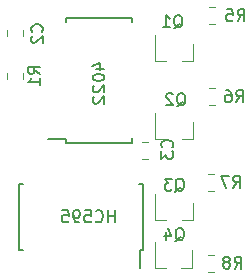
<source format=gbr>
G04 #@! TF.GenerationSoftware,KiCad,Pcbnew,5.0.2+dfsg1-1*
G04 #@! TF.CreationDate,2019-01-13T01:33:18+00:00*
G04 #@! TF.ProjectId,led_matrix_v1,6c65645f-6d61-4747-9269-785f76312e6b,rev?*
G04 #@! TF.SameCoordinates,Original*
G04 #@! TF.FileFunction,Legend,Bot*
G04 #@! TF.FilePolarity,Positive*
%FSLAX46Y46*%
G04 Gerber Fmt 4.6, Leading zero omitted, Abs format (unit mm)*
G04 Created by KiCad (PCBNEW 5.0.2+dfsg1-1) date Sun 13 Jan 2019 01:33:18 GMT*
%MOMM*%
%LPD*%
G01*
G04 APERTURE LIST*
%ADD10C,0.120000*%
%ADD11C,0.150000*%
G04 APERTURE END LIST*
D10*
G04 #@! TO.C,Q4*
X137150000Y-106662000D02*
X137150000Y-105202000D01*
X133990000Y-106662000D02*
X133990000Y-104502000D01*
X133990000Y-106662000D02*
X134920000Y-106662000D01*
X137150000Y-106662000D02*
X136220000Y-106662000D01*
D11*
G04 #@! TO.C,4022*
X126505000Y-96080000D02*
X126505000Y-95805000D01*
X132055000Y-96080000D02*
X132055000Y-95725000D01*
X132055000Y-85530000D02*
X132055000Y-85885000D01*
X126505000Y-85530000D02*
X126505000Y-85885000D01*
X126505000Y-96080000D02*
X132055000Y-96080000D01*
X126505000Y-85530000D02*
X132055000Y-85530000D01*
X126505000Y-95805000D02*
X124980000Y-95805000D01*
G04 #@! TO.C,HC595*
X132762000Y-105137000D02*
X132762000Y-106662000D01*
X122487000Y-105137000D02*
X122487000Y-99587000D01*
X133037000Y-105137000D02*
X133037000Y-99587000D01*
X122487000Y-105137000D02*
X122842000Y-105137000D01*
X122487000Y-99587000D02*
X122842000Y-99587000D01*
X133037000Y-99587000D02*
X132682000Y-99587000D01*
X133037000Y-105137000D02*
X132762000Y-105137000D01*
D10*
G04 #@! TO.C,C2*
X121464000Y-86530922D02*
X121464000Y-87048078D01*
X122884000Y-86530922D02*
X122884000Y-87048078D01*
G04 #@! TO.C,C3*
X132885922Y-96064000D02*
X133403078Y-96064000D01*
X132885922Y-97484000D02*
X133403078Y-97484000D01*
G04 #@! TO.C,Q1*
X137216000Y-89168000D02*
X137216000Y-87708000D01*
X134056000Y-89168000D02*
X134056000Y-87008000D01*
X134056000Y-89168000D02*
X134986000Y-89168000D01*
X137216000Y-89168000D02*
X136286000Y-89168000D01*
G04 #@! TO.C,Q2*
X137216000Y-95772000D02*
X136286000Y-95772000D01*
X134056000Y-95772000D02*
X134986000Y-95772000D01*
X134056000Y-95772000D02*
X134056000Y-93612000D01*
X137216000Y-95772000D02*
X137216000Y-94312000D01*
G04 #@! TO.C,Q3*
X137216000Y-102630000D02*
X136286000Y-102630000D01*
X134056000Y-102630000D02*
X134986000Y-102630000D01*
X134056000Y-102630000D02*
X134056000Y-100470000D01*
X137216000Y-102630000D02*
X137216000Y-101170000D01*
G04 #@! TO.C,R1*
X121464000Y-90682578D02*
X121464000Y-90165422D01*
X122884000Y-90682578D02*
X122884000Y-90165422D01*
G04 #@! TO.C,R5*
X138600922Y-84634000D02*
X139118078Y-84634000D01*
X138600922Y-86054000D02*
X139118078Y-86054000D01*
G04 #@! TO.C,R8*
X138503922Y-107009000D02*
X139021078Y-107009000D01*
X138503922Y-105589000D02*
X139021078Y-105589000D01*
G04 #@! TO.C,R7*
X138503922Y-100151000D02*
X139021078Y-100151000D01*
X138503922Y-98731000D02*
X139021078Y-98731000D01*
G04 #@! TO.C,R6*
X138600922Y-91492000D02*
X139118078Y-91492000D01*
X138600922Y-92912000D02*
X139118078Y-92912000D01*
G04 #@! TO.C,Q4*
D11*
X135731238Y-104433619D02*
X135826476Y-104386000D01*
X135921714Y-104290761D01*
X136064571Y-104147904D01*
X136159809Y-104100285D01*
X136255047Y-104100285D01*
X136207428Y-104338380D02*
X136302666Y-104290761D01*
X136397904Y-104195523D01*
X136445523Y-104005047D01*
X136445523Y-103671714D01*
X136397904Y-103481238D01*
X136302666Y-103386000D01*
X136207428Y-103338380D01*
X136016952Y-103338380D01*
X135921714Y-103386000D01*
X135826476Y-103481238D01*
X135778857Y-103671714D01*
X135778857Y-104005047D01*
X135826476Y-104195523D01*
X135921714Y-104290761D01*
X136016952Y-104338380D01*
X136207428Y-104338380D01*
X134921714Y-103671714D02*
X134921714Y-104338380D01*
X135159809Y-103290761D02*
X135397904Y-104005047D01*
X134778857Y-104005047D01*
G04 #@! TO.C,4022*
X129065714Y-89820904D02*
X129732380Y-89820904D01*
X128684761Y-89582809D02*
X129399047Y-89344714D01*
X129399047Y-89963761D01*
X128732380Y-90535190D02*
X128732380Y-90630428D01*
X128780000Y-90725666D01*
X128827619Y-90773285D01*
X128922857Y-90820904D01*
X129113333Y-90868523D01*
X129351428Y-90868523D01*
X129541904Y-90820904D01*
X129637142Y-90773285D01*
X129684761Y-90725666D01*
X129732380Y-90630428D01*
X129732380Y-90535190D01*
X129684761Y-90439952D01*
X129637142Y-90392333D01*
X129541904Y-90344714D01*
X129351428Y-90297095D01*
X129113333Y-90297095D01*
X128922857Y-90344714D01*
X128827619Y-90392333D01*
X128780000Y-90439952D01*
X128732380Y-90535190D01*
X128827619Y-91249476D02*
X128780000Y-91297095D01*
X128732380Y-91392333D01*
X128732380Y-91630428D01*
X128780000Y-91725666D01*
X128827619Y-91773285D01*
X128922857Y-91820904D01*
X129018095Y-91820904D01*
X129160952Y-91773285D01*
X129732380Y-91201857D01*
X129732380Y-91820904D01*
X128827619Y-92201857D02*
X128780000Y-92249476D01*
X128732380Y-92344714D01*
X128732380Y-92582809D01*
X128780000Y-92678047D01*
X128827619Y-92725666D01*
X128922857Y-92773285D01*
X129018095Y-92773285D01*
X129160952Y-92725666D01*
X129732380Y-92154238D01*
X129732380Y-92773285D01*
G04 #@! TO.C,HC595*
X130611285Y-102814380D02*
X130611285Y-101814380D01*
X130611285Y-102290571D02*
X130039857Y-102290571D01*
X130039857Y-102814380D02*
X130039857Y-101814380D01*
X128992238Y-102719142D02*
X129039857Y-102766761D01*
X129182714Y-102814380D01*
X129277952Y-102814380D01*
X129420809Y-102766761D01*
X129516047Y-102671523D01*
X129563666Y-102576285D01*
X129611285Y-102385809D01*
X129611285Y-102242952D01*
X129563666Y-102052476D01*
X129516047Y-101957238D01*
X129420809Y-101862000D01*
X129277952Y-101814380D01*
X129182714Y-101814380D01*
X129039857Y-101862000D01*
X128992238Y-101909619D01*
X128087476Y-101814380D02*
X128563666Y-101814380D01*
X128611285Y-102290571D01*
X128563666Y-102242952D01*
X128468428Y-102195333D01*
X128230333Y-102195333D01*
X128135095Y-102242952D01*
X128087476Y-102290571D01*
X128039857Y-102385809D01*
X128039857Y-102623904D01*
X128087476Y-102719142D01*
X128135095Y-102766761D01*
X128230333Y-102814380D01*
X128468428Y-102814380D01*
X128563666Y-102766761D01*
X128611285Y-102719142D01*
X127563666Y-102814380D02*
X127373190Y-102814380D01*
X127277952Y-102766761D01*
X127230333Y-102719142D01*
X127135095Y-102576285D01*
X127087476Y-102385809D01*
X127087476Y-102004857D01*
X127135095Y-101909619D01*
X127182714Y-101862000D01*
X127277952Y-101814380D01*
X127468428Y-101814380D01*
X127563666Y-101862000D01*
X127611285Y-101909619D01*
X127658904Y-102004857D01*
X127658904Y-102242952D01*
X127611285Y-102338190D01*
X127563666Y-102385809D01*
X127468428Y-102433428D01*
X127277952Y-102433428D01*
X127182714Y-102385809D01*
X127135095Y-102338190D01*
X127087476Y-102242952D01*
X126182714Y-101814380D02*
X126658904Y-101814380D01*
X126706523Y-102290571D01*
X126658904Y-102242952D01*
X126563666Y-102195333D01*
X126325571Y-102195333D01*
X126230333Y-102242952D01*
X126182714Y-102290571D01*
X126135095Y-102385809D01*
X126135095Y-102623904D01*
X126182714Y-102719142D01*
X126230333Y-102766761D01*
X126325571Y-102814380D01*
X126563666Y-102814380D01*
X126658904Y-102766761D01*
X126706523Y-102719142D01*
G04 #@! TO.C,C2*
X124436142Y-86701333D02*
X124483761Y-86653714D01*
X124531380Y-86510857D01*
X124531380Y-86415619D01*
X124483761Y-86272761D01*
X124388523Y-86177523D01*
X124293285Y-86129904D01*
X124102809Y-86082285D01*
X123959952Y-86082285D01*
X123769476Y-86129904D01*
X123674238Y-86177523D01*
X123579000Y-86272761D01*
X123531380Y-86415619D01*
X123531380Y-86510857D01*
X123579000Y-86653714D01*
X123626619Y-86701333D01*
X123626619Y-87082285D02*
X123579000Y-87129904D01*
X123531380Y-87225142D01*
X123531380Y-87463238D01*
X123579000Y-87558476D01*
X123626619Y-87606095D01*
X123721857Y-87653714D01*
X123817095Y-87653714D01*
X123959952Y-87606095D01*
X124531380Y-87034666D01*
X124531380Y-87653714D01*
G04 #@! TO.C,C3*
X135455142Y-96480333D02*
X135502761Y-96432714D01*
X135550380Y-96289857D01*
X135550380Y-96194619D01*
X135502761Y-96051761D01*
X135407523Y-95956523D01*
X135312285Y-95908904D01*
X135121809Y-95861285D01*
X134978952Y-95861285D01*
X134788476Y-95908904D01*
X134693238Y-95956523D01*
X134598000Y-96051761D01*
X134550380Y-96194619D01*
X134550380Y-96289857D01*
X134598000Y-96432714D01*
X134645619Y-96480333D01*
X134550380Y-96813666D02*
X134550380Y-97432714D01*
X134931333Y-97099380D01*
X134931333Y-97242238D01*
X134978952Y-97337476D01*
X135026571Y-97385095D01*
X135121809Y-97432714D01*
X135359904Y-97432714D01*
X135455142Y-97385095D01*
X135502761Y-97337476D01*
X135550380Y-97242238D01*
X135550380Y-96956523D01*
X135502761Y-96861285D01*
X135455142Y-96813666D01*
G04 #@! TO.C,Q1*
X135604238Y-86399619D02*
X135699476Y-86352000D01*
X135794714Y-86256761D01*
X135937571Y-86113904D01*
X136032809Y-86066285D01*
X136128047Y-86066285D01*
X136080428Y-86304380D02*
X136175666Y-86256761D01*
X136270904Y-86161523D01*
X136318523Y-85971047D01*
X136318523Y-85637714D01*
X136270904Y-85447238D01*
X136175666Y-85352000D01*
X136080428Y-85304380D01*
X135889952Y-85304380D01*
X135794714Y-85352000D01*
X135699476Y-85447238D01*
X135651857Y-85637714D01*
X135651857Y-85971047D01*
X135699476Y-86161523D01*
X135794714Y-86256761D01*
X135889952Y-86304380D01*
X136080428Y-86304380D01*
X134699476Y-86304380D02*
X135270904Y-86304380D01*
X134985190Y-86304380D02*
X134985190Y-85304380D01*
X135080428Y-85447238D01*
X135175666Y-85542476D01*
X135270904Y-85590095D01*
G04 #@! TO.C,Q2*
X135858238Y-93003619D02*
X135953476Y-92956000D01*
X136048714Y-92860761D01*
X136191571Y-92717904D01*
X136286809Y-92670285D01*
X136382047Y-92670285D01*
X136334428Y-92908380D02*
X136429666Y-92860761D01*
X136524904Y-92765523D01*
X136572523Y-92575047D01*
X136572523Y-92241714D01*
X136524904Y-92051238D01*
X136429666Y-91956000D01*
X136334428Y-91908380D01*
X136143952Y-91908380D01*
X136048714Y-91956000D01*
X135953476Y-92051238D01*
X135905857Y-92241714D01*
X135905857Y-92575047D01*
X135953476Y-92765523D01*
X136048714Y-92860761D01*
X136143952Y-92908380D01*
X136334428Y-92908380D01*
X135524904Y-92003619D02*
X135477285Y-91956000D01*
X135382047Y-91908380D01*
X135143952Y-91908380D01*
X135048714Y-91956000D01*
X135001095Y-92003619D01*
X134953476Y-92098857D01*
X134953476Y-92194095D01*
X135001095Y-92336952D01*
X135572523Y-92908380D01*
X134953476Y-92908380D01*
G04 #@! TO.C,Q3*
X135731238Y-100242619D02*
X135826476Y-100195000D01*
X135921714Y-100099761D01*
X136064571Y-99956904D01*
X136159809Y-99909285D01*
X136255047Y-99909285D01*
X136207428Y-100147380D02*
X136302666Y-100099761D01*
X136397904Y-100004523D01*
X136445523Y-99814047D01*
X136445523Y-99480714D01*
X136397904Y-99290238D01*
X136302666Y-99195000D01*
X136207428Y-99147380D01*
X136016952Y-99147380D01*
X135921714Y-99195000D01*
X135826476Y-99290238D01*
X135778857Y-99480714D01*
X135778857Y-99814047D01*
X135826476Y-100004523D01*
X135921714Y-100099761D01*
X136016952Y-100147380D01*
X136207428Y-100147380D01*
X135445523Y-99147380D02*
X134826476Y-99147380D01*
X135159809Y-99528333D01*
X135016952Y-99528333D01*
X134921714Y-99575952D01*
X134874095Y-99623571D01*
X134826476Y-99718809D01*
X134826476Y-99956904D01*
X134874095Y-100052142D01*
X134921714Y-100099761D01*
X135016952Y-100147380D01*
X135302666Y-100147380D01*
X135397904Y-100099761D01*
X135445523Y-100052142D01*
G04 #@! TO.C,R1*
X124276380Y-90257333D02*
X123800190Y-89924000D01*
X124276380Y-89685904D02*
X123276380Y-89685904D01*
X123276380Y-90066857D01*
X123324000Y-90162095D01*
X123371619Y-90209714D01*
X123466857Y-90257333D01*
X123609714Y-90257333D01*
X123704952Y-90209714D01*
X123752571Y-90162095D01*
X123800190Y-90066857D01*
X123800190Y-89685904D01*
X124276380Y-91209714D02*
X124276380Y-90638285D01*
X124276380Y-90924000D02*
X123276380Y-90924000D01*
X123419238Y-90828761D01*
X123514476Y-90733523D01*
X123562095Y-90638285D01*
G04 #@! TO.C,R5*
X141009666Y-85796380D02*
X141343000Y-85320190D01*
X141581095Y-85796380D02*
X141581095Y-84796380D01*
X141200142Y-84796380D01*
X141104904Y-84844000D01*
X141057285Y-84891619D01*
X141009666Y-84986857D01*
X141009666Y-85129714D01*
X141057285Y-85224952D01*
X141104904Y-85272571D01*
X141200142Y-85320190D01*
X141581095Y-85320190D01*
X140104904Y-84796380D02*
X140581095Y-84796380D01*
X140628714Y-85272571D01*
X140581095Y-85224952D01*
X140485857Y-85177333D01*
X140247761Y-85177333D01*
X140152523Y-85224952D01*
X140104904Y-85272571D01*
X140057285Y-85367809D01*
X140057285Y-85605904D01*
X140104904Y-85701142D01*
X140152523Y-85748761D01*
X140247761Y-85796380D01*
X140485857Y-85796380D01*
X140581095Y-85748761D01*
X140628714Y-85701142D01*
G04 #@! TO.C,R8*
X140755666Y-106751380D02*
X141089000Y-106275190D01*
X141327095Y-106751380D02*
X141327095Y-105751380D01*
X140946142Y-105751380D01*
X140850904Y-105799000D01*
X140803285Y-105846619D01*
X140755666Y-105941857D01*
X140755666Y-106084714D01*
X140803285Y-106179952D01*
X140850904Y-106227571D01*
X140946142Y-106275190D01*
X141327095Y-106275190D01*
X140184238Y-106179952D02*
X140279476Y-106132333D01*
X140327095Y-106084714D01*
X140374714Y-105989476D01*
X140374714Y-105941857D01*
X140327095Y-105846619D01*
X140279476Y-105799000D01*
X140184238Y-105751380D01*
X139993761Y-105751380D01*
X139898523Y-105799000D01*
X139850904Y-105846619D01*
X139803285Y-105941857D01*
X139803285Y-105989476D01*
X139850904Y-106084714D01*
X139898523Y-106132333D01*
X139993761Y-106179952D01*
X140184238Y-106179952D01*
X140279476Y-106227571D01*
X140327095Y-106275190D01*
X140374714Y-106370428D01*
X140374714Y-106560904D01*
X140327095Y-106656142D01*
X140279476Y-106703761D01*
X140184238Y-106751380D01*
X139993761Y-106751380D01*
X139898523Y-106703761D01*
X139850904Y-106656142D01*
X139803285Y-106560904D01*
X139803285Y-106370428D01*
X139850904Y-106275190D01*
X139898523Y-106227571D01*
X139993761Y-106179952D01*
G04 #@! TO.C,R7*
X140628666Y-99893380D02*
X140962000Y-99417190D01*
X141200095Y-99893380D02*
X141200095Y-98893380D01*
X140819142Y-98893380D01*
X140723904Y-98941000D01*
X140676285Y-98988619D01*
X140628666Y-99083857D01*
X140628666Y-99226714D01*
X140676285Y-99321952D01*
X140723904Y-99369571D01*
X140819142Y-99417190D01*
X141200095Y-99417190D01*
X140295333Y-98893380D02*
X139628666Y-98893380D01*
X140057238Y-99893380D01*
G04 #@! TO.C,R6*
X140882666Y-92654380D02*
X141216000Y-92178190D01*
X141454095Y-92654380D02*
X141454095Y-91654380D01*
X141073142Y-91654380D01*
X140977904Y-91702000D01*
X140930285Y-91749619D01*
X140882666Y-91844857D01*
X140882666Y-91987714D01*
X140930285Y-92082952D01*
X140977904Y-92130571D01*
X141073142Y-92178190D01*
X141454095Y-92178190D01*
X140025523Y-91654380D02*
X140216000Y-91654380D01*
X140311238Y-91702000D01*
X140358857Y-91749619D01*
X140454095Y-91892476D01*
X140501714Y-92082952D01*
X140501714Y-92463904D01*
X140454095Y-92559142D01*
X140406476Y-92606761D01*
X140311238Y-92654380D01*
X140120761Y-92654380D01*
X140025523Y-92606761D01*
X139977904Y-92559142D01*
X139930285Y-92463904D01*
X139930285Y-92225809D01*
X139977904Y-92130571D01*
X140025523Y-92082952D01*
X140120761Y-92035333D01*
X140311238Y-92035333D01*
X140406476Y-92082952D01*
X140454095Y-92130571D01*
X140501714Y-92225809D01*
G04 #@! TD*
M02*

</source>
